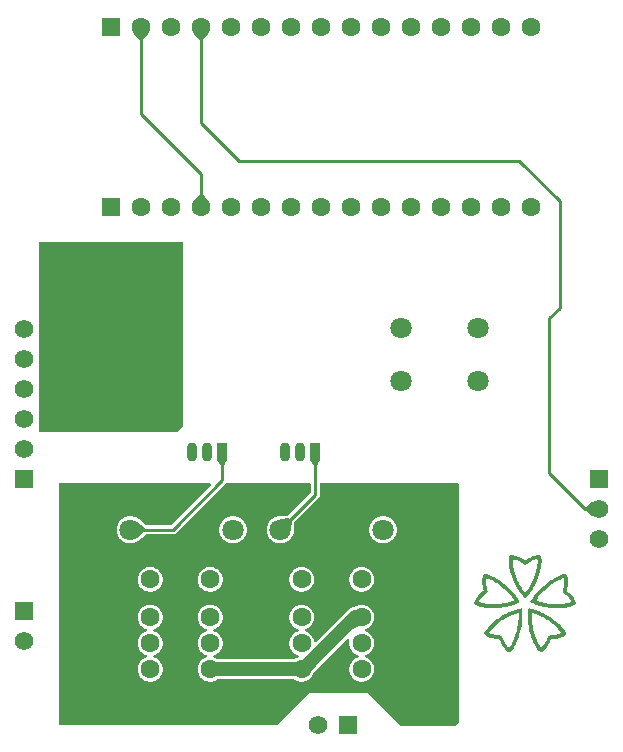
<source format=gbl>
G04 Layer: BottomLayer*
G04 EasyEDA v6.5.22, 2023-11-14 22:50:32*
G04 e9b09aeb9267423f9454c27dff36c41a,e380eaf7f1bc463bad4fc33596f4f57f,10*
G04 Gerber Generator version 0.2*
G04 Scale: 100 percent, Rotated: No, Reflected: No *
G04 Dimensions in millimeters *
G04 leading zeros omitted , absolute positions ,4 integer and 5 decimal *
%FSLAX45Y45*%
%MOMM*%

%ADD10C,0.2540*%
%ADD11C,1.2000*%
%ADD12C,1.8000*%
%ADD13R,1.5748X1.5748*%
%ADD14C,1.5748*%
%ADD15O,0.8999982X1.5999968*%
%ADD16R,0.9000X1.6000*%
%ADD17R,1.6000X1.6000*%
%ADD18C,1.6000*%
%ADD19C,1.0000*%
%ADD20C,0.0135*%

%LPD*%
G36*
X1330960Y4102100D02*
G01*
X1327048Y4102862D01*
X1323797Y4105097D01*
X1321562Y4108348D01*
X1320800Y4112260D01*
X1320800Y5701284D01*
X1320495Y5702858D01*
X1320596Y5707329D01*
X1322578Y5711291D01*
X1326134Y5714034D01*
X1330452Y5715000D01*
X2529840Y5715000D01*
X2533751Y5714238D01*
X2537002Y5712002D01*
X2539238Y5708751D01*
X2540000Y5704840D01*
X2540000Y4157116D01*
X2539238Y4153204D01*
X2537002Y4149902D01*
X2492197Y4105097D01*
X2488895Y4102862D01*
X2484983Y4102100D01*
G37*

%LPD*%
G36*
X4385716Y1612900D02*
G01*
X4381804Y1613662D01*
X4378502Y1615897D01*
X4102811Y1891588D01*
X4101084Y1892300D01*
X3607815Y1892300D01*
X3606088Y1891588D01*
X3343097Y1628597D01*
X3339795Y1626362D01*
X3335883Y1625600D01*
X1496060Y1625600D01*
X1492148Y1626362D01*
X1488897Y1628597D01*
X1486662Y1631848D01*
X1485900Y1635760D01*
X1485900Y3660140D01*
X1486662Y3664051D01*
X1488897Y3667302D01*
X1492148Y3669537D01*
X1496060Y3670300D01*
X2765653Y3670300D01*
X2769565Y3669537D01*
X2772867Y3667302D01*
X2775051Y3664051D01*
X2775813Y3660140D01*
X2775051Y3656228D01*
X2772867Y3652977D01*
X2438095Y3318205D01*
X2434793Y3315970D01*
X2430881Y3315208D01*
X2228342Y3315208D01*
X2224786Y3315868D01*
X2221636Y3317697D01*
X2166366Y3365754D01*
X2154377Y3374440D01*
X2141626Y3381451D01*
X2128113Y3386836D01*
X2113991Y3390442D01*
X2099564Y3392271D01*
X2085035Y3392271D01*
X2070557Y3390442D01*
X2056485Y3386836D01*
X2042972Y3381451D01*
X2030222Y3374440D01*
X2018436Y3365906D01*
X2007819Y3355949D01*
X1998522Y3344722D01*
X1990750Y3332429D01*
X1984552Y3319272D01*
X1980031Y3305403D01*
X1977339Y3291128D01*
X1976424Y3276600D01*
X1977339Y3262071D01*
X1980031Y3247796D01*
X1984552Y3233928D01*
X1990750Y3220770D01*
X1998522Y3208477D01*
X2007819Y3197250D01*
X2018436Y3187293D01*
X2030222Y3178759D01*
X2042972Y3171748D01*
X2056485Y3166364D01*
X2070557Y3162757D01*
X2085035Y3160928D01*
X2099564Y3160928D01*
X2113991Y3162757D01*
X2128113Y3166364D01*
X2141626Y3171748D01*
X2154377Y3178759D01*
X2166366Y3187446D01*
X2221636Y3235502D01*
X2224786Y3237331D01*
X2228342Y3237992D01*
X2450592Y3237992D01*
X2458618Y3238804D01*
X2465832Y3240989D01*
X2472537Y3244545D01*
X2478735Y3249676D01*
X2896412Y3667302D01*
X2899714Y3669537D01*
X2903626Y3670300D01*
X3608832Y3670300D01*
X3612743Y3669537D01*
X3615994Y3667302D01*
X3618229Y3664051D01*
X3618992Y3660140D01*
X3618992Y3592220D01*
X3618229Y3588308D01*
X3615994Y3585006D01*
X3431082Y3400094D01*
X3428085Y3398012D01*
X3424580Y3397097D01*
X3355136Y3392271D01*
X3340608Y3390442D01*
X3326485Y3386836D01*
X3312972Y3381451D01*
X3300222Y3374440D01*
X3288436Y3365906D01*
X3277819Y3355949D01*
X3268522Y3344722D01*
X3260750Y3332429D01*
X3254552Y3319272D01*
X3250031Y3305403D01*
X3247339Y3291128D01*
X3246424Y3276600D01*
X3247339Y3262071D01*
X3250031Y3247796D01*
X3254552Y3233928D01*
X3260750Y3220770D01*
X3268522Y3208477D01*
X3277819Y3197250D01*
X3288436Y3187293D01*
X3300222Y3178759D01*
X3312972Y3171748D01*
X3326485Y3166364D01*
X3340557Y3162757D01*
X3355035Y3160928D01*
X3369564Y3160928D01*
X3383991Y3162757D01*
X3398113Y3166364D01*
X3411626Y3171748D01*
X3424377Y3178759D01*
X3436162Y3187293D01*
X3446779Y3197250D01*
X3456025Y3208477D01*
X3463848Y3220770D01*
X3470046Y3233928D01*
X3474516Y3247796D01*
X3477260Y3262071D01*
X3478022Y3269742D01*
X3482848Y3339134D01*
X3483711Y3342640D01*
X3485794Y3345586D01*
X3684524Y3544366D01*
X3689654Y3550564D01*
X3693210Y3557270D01*
X3695395Y3564483D01*
X3696208Y3572510D01*
X3696208Y3660140D01*
X3696970Y3664051D01*
X3699205Y3667302D01*
X3702456Y3669537D01*
X3706368Y3670300D01*
X4866640Y3670300D01*
X4870551Y3669537D01*
X4873802Y3667302D01*
X4876038Y3664051D01*
X4876800Y3660140D01*
X4876800Y1655216D01*
X4876038Y1651304D01*
X4873802Y1648002D01*
X4841697Y1615897D01*
X4838395Y1613662D01*
X4834483Y1612900D01*
G37*

%LPC*%
G36*
X2768600Y2750566D02*
G01*
X2782417Y2751480D01*
X2795981Y2754172D01*
X2809138Y2758643D01*
X2821533Y2764739D01*
X2833065Y2772460D01*
X2843479Y2781604D01*
X2852572Y2792018D01*
X2860294Y2803499D01*
X2866440Y2815945D01*
X2870860Y2829052D01*
X2873552Y2842615D01*
X2874467Y2856433D01*
X2873552Y2870301D01*
X2870860Y2883865D01*
X2866440Y2896971D01*
X2860294Y2909417D01*
X2852572Y2920898D01*
X2843479Y2931312D01*
X2833065Y2940456D01*
X2821533Y2948178D01*
X2809138Y2954274D01*
X2795981Y2958744D01*
X2782417Y2961436D01*
X2768600Y2962351D01*
X2754782Y2961436D01*
X2741168Y2958744D01*
X2728061Y2954274D01*
X2715666Y2948178D01*
X2704134Y2940456D01*
X2693720Y2931312D01*
X2684576Y2920898D01*
X2676906Y2909417D01*
X2670759Y2896971D01*
X2666339Y2883865D01*
X2663596Y2870301D01*
X2662682Y2856433D01*
X2663596Y2842615D01*
X2666339Y2829052D01*
X2670759Y2815945D01*
X2676906Y2803499D01*
X2684576Y2792018D01*
X2693720Y2781604D01*
X2704134Y2772460D01*
X2715666Y2764739D01*
X2728061Y2758643D01*
X2741168Y2754172D01*
X2754782Y2751480D01*
G37*
G36*
X2260600Y1990648D02*
G01*
X2274417Y1991563D01*
X2287981Y1994255D01*
X2301138Y1998675D01*
X2313533Y2004822D01*
X2325065Y2012543D01*
X2335479Y2021636D01*
X2344572Y2032050D01*
X2352294Y2043582D01*
X2358440Y2055977D01*
X2362860Y2069134D01*
X2365552Y2082698D01*
X2366467Y2096516D01*
X2365552Y2110333D01*
X2362860Y2123948D01*
X2358440Y2137054D01*
X2352294Y2149449D01*
X2344572Y2160981D01*
X2335479Y2171395D01*
X2325065Y2180539D01*
X2313533Y2188210D01*
X2301138Y2194356D01*
X2293620Y2196896D01*
X2290064Y2199030D01*
X2287625Y2202434D01*
X2286762Y2206498D01*
X2287625Y2210612D01*
X2290064Y2214016D01*
X2293620Y2216150D01*
X2301138Y2218639D01*
X2313533Y2224786D01*
X2325065Y2232507D01*
X2335479Y2241600D01*
X2344572Y2252014D01*
X2352294Y2263546D01*
X2358440Y2275941D01*
X2362860Y2289098D01*
X2365552Y2302662D01*
X2366467Y2316480D01*
X2365552Y2330297D01*
X2362860Y2343912D01*
X2358440Y2357018D01*
X2352294Y2369413D01*
X2344572Y2380945D01*
X2335479Y2391359D01*
X2325065Y2400503D01*
X2313533Y2408174D01*
X2301138Y2414320D01*
X2293620Y2416860D01*
X2290064Y2418994D01*
X2287625Y2422398D01*
X2286762Y2426462D01*
X2287625Y2430576D01*
X2290064Y2433980D01*
X2293620Y2436114D01*
X2301138Y2438603D01*
X2313533Y2444750D01*
X2325065Y2452471D01*
X2335479Y2461564D01*
X2344572Y2471978D01*
X2352294Y2483510D01*
X2358440Y2495905D01*
X2362860Y2509062D01*
X2365552Y2522626D01*
X2366467Y2536444D01*
X2365552Y2550261D01*
X2362860Y2563876D01*
X2358440Y2576982D01*
X2352294Y2589377D01*
X2344572Y2600909D01*
X2335479Y2611323D01*
X2325065Y2620467D01*
X2313533Y2628138D01*
X2301138Y2634284D01*
X2287981Y2638704D01*
X2274417Y2641447D01*
X2260600Y2642362D01*
X2246782Y2641447D01*
X2233168Y2638704D01*
X2220061Y2634284D01*
X2207666Y2628138D01*
X2196134Y2620467D01*
X2185720Y2611323D01*
X2176576Y2600909D01*
X2168906Y2589377D01*
X2162759Y2576982D01*
X2158339Y2563876D01*
X2155596Y2550261D01*
X2154682Y2536444D01*
X2155596Y2522626D01*
X2158339Y2509062D01*
X2162759Y2495905D01*
X2168906Y2483510D01*
X2176576Y2471978D01*
X2185720Y2461564D01*
X2196134Y2452471D01*
X2207666Y2444750D01*
X2220061Y2438603D01*
X2227529Y2436114D01*
X2231136Y2433980D01*
X2233574Y2430576D01*
X2234438Y2426462D01*
X2233574Y2422398D01*
X2231136Y2418994D01*
X2227529Y2416860D01*
X2220061Y2414320D01*
X2207666Y2408174D01*
X2196134Y2400503D01*
X2185720Y2391359D01*
X2176576Y2380945D01*
X2168906Y2369413D01*
X2162759Y2357018D01*
X2158339Y2343912D01*
X2155596Y2330297D01*
X2154682Y2316480D01*
X2155596Y2302662D01*
X2158339Y2289098D01*
X2162759Y2275941D01*
X2168906Y2263546D01*
X2176576Y2252014D01*
X2185720Y2241600D01*
X2196134Y2232507D01*
X2207666Y2224786D01*
X2220061Y2218639D01*
X2227529Y2216150D01*
X2231136Y2214016D01*
X2233574Y2210612D01*
X2234438Y2206498D01*
X2233574Y2202434D01*
X2231136Y2199030D01*
X2227529Y2196896D01*
X2220061Y2194356D01*
X2207666Y2188210D01*
X2196134Y2180539D01*
X2185720Y2171395D01*
X2176576Y2160981D01*
X2168906Y2149449D01*
X2162759Y2137054D01*
X2158339Y2123948D01*
X2155596Y2110333D01*
X2154682Y2096516D01*
X2155596Y2082698D01*
X2158339Y2069134D01*
X2162759Y2055977D01*
X2168906Y2043582D01*
X2176576Y2032050D01*
X2185720Y2021636D01*
X2196134Y2012543D01*
X2207666Y2004822D01*
X2220061Y1998675D01*
X2233168Y1994255D01*
X2246782Y1991563D01*
G37*
G36*
X2768600Y1990648D02*
G01*
X2782417Y1991563D01*
X2795981Y1994255D01*
X2809138Y1998675D01*
X2821533Y2004822D01*
X2827629Y2008886D01*
X2830322Y2010156D01*
X2833268Y2010613D01*
X3478631Y2010613D01*
X3481578Y2010156D01*
X3484270Y2008886D01*
X3490366Y2004822D01*
X3502761Y1998675D01*
X3515868Y1994255D01*
X3529482Y1991563D01*
X3543300Y1990648D01*
X3557117Y1991563D01*
X3570681Y1994255D01*
X3583838Y1998675D01*
X3596233Y2004822D01*
X3607765Y2012543D01*
X3618179Y2021636D01*
X3627272Y2032050D01*
X3634994Y2043582D01*
X3641140Y2055977D01*
X3642969Y2060600D01*
X3644392Y2062429D01*
X3931056Y2349093D01*
X3934663Y2351430D01*
X3938930Y2352040D01*
X3943045Y2350871D01*
X3946296Y2348077D01*
X3948176Y2344216D01*
X3948226Y2339898D01*
X3946296Y2330297D01*
X3945382Y2316480D01*
X3946296Y2302662D01*
X3949039Y2289098D01*
X3953459Y2275941D01*
X3959606Y2263546D01*
X3967276Y2252014D01*
X3976420Y2241600D01*
X3986834Y2232507D01*
X3998366Y2224786D01*
X4010761Y2218639D01*
X4018229Y2216150D01*
X4021836Y2214016D01*
X4024274Y2210612D01*
X4025137Y2206498D01*
X4024274Y2202434D01*
X4021836Y2199030D01*
X4018229Y2196896D01*
X4010761Y2194356D01*
X3998366Y2188210D01*
X3986834Y2180539D01*
X3976420Y2171395D01*
X3967276Y2160981D01*
X3959606Y2149449D01*
X3953459Y2137054D01*
X3949039Y2123948D01*
X3946296Y2110333D01*
X3945382Y2096516D01*
X3946296Y2082698D01*
X3949039Y2069134D01*
X3953459Y2055977D01*
X3959606Y2043582D01*
X3967276Y2032050D01*
X3976420Y2021636D01*
X3986834Y2012543D01*
X3998366Y2004822D01*
X4010761Y1998675D01*
X4023868Y1994255D01*
X4037482Y1991563D01*
X4051300Y1990648D01*
X4065117Y1991563D01*
X4078681Y1994255D01*
X4091838Y1998675D01*
X4104233Y2004822D01*
X4115765Y2012543D01*
X4126179Y2021636D01*
X4135272Y2032050D01*
X4142994Y2043582D01*
X4149140Y2055977D01*
X4153560Y2069134D01*
X4156252Y2082698D01*
X4157167Y2096516D01*
X4156252Y2110333D01*
X4153560Y2123948D01*
X4149140Y2137054D01*
X4142994Y2149449D01*
X4135272Y2160981D01*
X4126179Y2171395D01*
X4115765Y2180539D01*
X4104233Y2188210D01*
X4091838Y2194356D01*
X4084320Y2196896D01*
X4080764Y2199030D01*
X4078325Y2202434D01*
X4077462Y2206498D01*
X4078325Y2210612D01*
X4080764Y2214016D01*
X4084320Y2216150D01*
X4091838Y2218639D01*
X4104233Y2224786D01*
X4115765Y2232507D01*
X4126179Y2241600D01*
X4135272Y2252014D01*
X4142994Y2263546D01*
X4149140Y2275941D01*
X4153560Y2289098D01*
X4156252Y2302662D01*
X4157167Y2316480D01*
X4156252Y2330297D01*
X4153560Y2343912D01*
X4149140Y2357018D01*
X4142994Y2369413D01*
X4135272Y2380945D01*
X4126179Y2391359D01*
X4115765Y2400503D01*
X4104233Y2408174D01*
X4091838Y2414320D01*
X4084320Y2416860D01*
X4080764Y2418994D01*
X4078325Y2422398D01*
X4077462Y2426462D01*
X4078325Y2430576D01*
X4080764Y2433980D01*
X4084320Y2436114D01*
X4091838Y2438603D01*
X4104233Y2444750D01*
X4115765Y2452471D01*
X4126179Y2461564D01*
X4135272Y2471978D01*
X4142994Y2483510D01*
X4149140Y2495905D01*
X4153560Y2509062D01*
X4156252Y2522626D01*
X4157167Y2536444D01*
X4156252Y2550261D01*
X4153560Y2563876D01*
X4149140Y2576982D01*
X4142994Y2589377D01*
X4135272Y2600909D01*
X4126179Y2611323D01*
X4115765Y2620467D01*
X4104233Y2628138D01*
X4091838Y2634284D01*
X4078681Y2638704D01*
X4065117Y2641447D01*
X4051300Y2642362D01*
X4037482Y2641447D01*
X4023868Y2638704D01*
X4010761Y2634284D01*
X3998366Y2628138D01*
X3991000Y2623210D01*
X3988663Y2622092D01*
X3978706Y2620365D01*
X3972763Y2618841D01*
X3966921Y2616911D01*
X3961282Y2614574D01*
X3955796Y2611831D01*
X3950512Y2608732D01*
X3945483Y2605227D01*
X3940708Y2601366D01*
X3936085Y2597048D01*
X3665220Y2326182D01*
X3661511Y2323846D01*
X3657244Y2323236D01*
X3653078Y2324506D01*
X3649776Y2327402D01*
X3648049Y2331415D01*
X3645560Y2343912D01*
X3641140Y2357018D01*
X3634994Y2369413D01*
X3627272Y2380945D01*
X3618179Y2391359D01*
X3607765Y2400503D01*
X3596233Y2408174D01*
X3583838Y2414320D01*
X3576320Y2416860D01*
X3572764Y2418994D01*
X3570325Y2422398D01*
X3569462Y2426462D01*
X3570325Y2430576D01*
X3572764Y2433980D01*
X3576320Y2436114D01*
X3583838Y2438603D01*
X3596233Y2444750D01*
X3607765Y2452471D01*
X3618179Y2461564D01*
X3627272Y2471978D01*
X3634994Y2483510D01*
X3641140Y2495905D01*
X3645560Y2509062D01*
X3648252Y2522626D01*
X3649167Y2536444D01*
X3648252Y2550261D01*
X3645560Y2563876D01*
X3641140Y2576982D01*
X3634994Y2589377D01*
X3627272Y2600909D01*
X3618179Y2611323D01*
X3607765Y2620467D01*
X3596233Y2628138D01*
X3583838Y2634284D01*
X3570681Y2638704D01*
X3557117Y2641447D01*
X3543300Y2642362D01*
X3529482Y2641447D01*
X3515868Y2638704D01*
X3502761Y2634284D01*
X3490366Y2628138D01*
X3478834Y2620467D01*
X3468420Y2611323D01*
X3459276Y2600909D01*
X3451606Y2589377D01*
X3445459Y2576982D01*
X3441039Y2563876D01*
X3438296Y2550261D01*
X3437382Y2536444D01*
X3438296Y2522626D01*
X3441039Y2509062D01*
X3445459Y2495905D01*
X3451606Y2483510D01*
X3459276Y2471978D01*
X3468420Y2461564D01*
X3478834Y2452471D01*
X3490366Y2444750D01*
X3502761Y2438603D01*
X3510229Y2436114D01*
X3513836Y2433980D01*
X3516274Y2430576D01*
X3517137Y2426462D01*
X3516274Y2422398D01*
X3513836Y2418994D01*
X3510229Y2416860D01*
X3502761Y2414320D01*
X3490366Y2408174D01*
X3478834Y2400503D01*
X3468420Y2391359D01*
X3459276Y2380945D01*
X3451606Y2369413D01*
X3445459Y2357018D01*
X3441039Y2343912D01*
X3438296Y2330297D01*
X3437382Y2316480D01*
X3438296Y2302662D01*
X3441039Y2289098D01*
X3445459Y2275941D01*
X3451606Y2263546D01*
X3459276Y2252014D01*
X3468420Y2241600D01*
X3478834Y2232507D01*
X3490366Y2224786D01*
X3502761Y2218639D01*
X3510229Y2216150D01*
X3513836Y2214016D01*
X3516274Y2210612D01*
X3517137Y2206498D01*
X3516274Y2202434D01*
X3513836Y2199030D01*
X3510229Y2196896D01*
X3502761Y2194356D01*
X3490366Y2188210D01*
X3484219Y2184146D01*
X3481527Y2182876D01*
X3478580Y2182418D01*
X2833319Y2182418D01*
X2830322Y2182876D01*
X2827629Y2184146D01*
X2821533Y2188210D01*
X2809138Y2194356D01*
X2801620Y2196896D01*
X2798064Y2199030D01*
X2795625Y2202434D01*
X2794762Y2206498D01*
X2795625Y2210612D01*
X2798064Y2214016D01*
X2801620Y2216150D01*
X2809138Y2218639D01*
X2821533Y2224786D01*
X2833065Y2232507D01*
X2843479Y2241600D01*
X2852572Y2252014D01*
X2860294Y2263546D01*
X2866440Y2275941D01*
X2870860Y2289098D01*
X2873552Y2302662D01*
X2874467Y2316480D01*
X2873552Y2330297D01*
X2870860Y2343912D01*
X2866440Y2357018D01*
X2860294Y2369413D01*
X2852572Y2380945D01*
X2843479Y2391359D01*
X2833065Y2400503D01*
X2821533Y2408174D01*
X2809138Y2414320D01*
X2801620Y2416860D01*
X2798064Y2418994D01*
X2795625Y2422398D01*
X2794762Y2426462D01*
X2795625Y2430576D01*
X2798064Y2433980D01*
X2801620Y2436114D01*
X2809138Y2438603D01*
X2821533Y2444750D01*
X2833065Y2452471D01*
X2843479Y2461564D01*
X2852572Y2471978D01*
X2860294Y2483510D01*
X2866440Y2495905D01*
X2870860Y2509062D01*
X2873552Y2522626D01*
X2874467Y2536444D01*
X2873552Y2550261D01*
X2870860Y2563876D01*
X2866440Y2576982D01*
X2860294Y2589377D01*
X2852572Y2600909D01*
X2843479Y2611323D01*
X2833065Y2620467D01*
X2821533Y2628138D01*
X2809138Y2634284D01*
X2795981Y2638704D01*
X2782417Y2641447D01*
X2768600Y2642362D01*
X2754782Y2641447D01*
X2741168Y2638704D01*
X2728061Y2634284D01*
X2715666Y2628138D01*
X2704134Y2620467D01*
X2693720Y2611323D01*
X2684576Y2600909D01*
X2676906Y2589377D01*
X2670759Y2576982D01*
X2666339Y2563876D01*
X2663596Y2550261D01*
X2662682Y2536444D01*
X2663596Y2522626D01*
X2666339Y2509062D01*
X2670759Y2495905D01*
X2676906Y2483510D01*
X2684576Y2471978D01*
X2693720Y2461564D01*
X2704134Y2452471D01*
X2715666Y2444750D01*
X2728061Y2438603D01*
X2735529Y2436114D01*
X2739136Y2433980D01*
X2741574Y2430576D01*
X2742438Y2426462D01*
X2741574Y2422398D01*
X2739136Y2418994D01*
X2735529Y2416860D01*
X2728061Y2414320D01*
X2715666Y2408174D01*
X2704134Y2400503D01*
X2693720Y2391359D01*
X2684576Y2380945D01*
X2676906Y2369413D01*
X2670759Y2357018D01*
X2666339Y2343912D01*
X2663596Y2330297D01*
X2662682Y2316480D01*
X2663596Y2302662D01*
X2666339Y2289098D01*
X2670759Y2275941D01*
X2676906Y2263546D01*
X2684576Y2252014D01*
X2693720Y2241600D01*
X2704134Y2232507D01*
X2715666Y2224786D01*
X2728061Y2218639D01*
X2735529Y2216150D01*
X2739136Y2214016D01*
X2741574Y2210612D01*
X2742438Y2206498D01*
X2741574Y2202434D01*
X2739136Y2199030D01*
X2735529Y2196896D01*
X2728061Y2194356D01*
X2715666Y2188210D01*
X2704134Y2180539D01*
X2693720Y2171395D01*
X2684576Y2160981D01*
X2676906Y2149449D01*
X2670759Y2137054D01*
X2666339Y2123948D01*
X2663596Y2110333D01*
X2662682Y2096516D01*
X2663596Y2082698D01*
X2666339Y2069134D01*
X2670759Y2055977D01*
X2676906Y2043582D01*
X2684576Y2032050D01*
X2693720Y2021636D01*
X2704134Y2012543D01*
X2715666Y2004822D01*
X2728061Y1998675D01*
X2741168Y1994255D01*
X2754782Y1991563D01*
G37*
G36*
X2955036Y3160928D02*
G01*
X2969564Y3160928D01*
X2984042Y3162757D01*
X2998114Y3166364D01*
X3011627Y3171748D01*
X3024378Y3178759D01*
X3036163Y3187293D01*
X3046780Y3197250D01*
X3056077Y3208477D01*
X3063849Y3220770D01*
X3070047Y3233928D01*
X3074568Y3247796D01*
X3077260Y3262071D01*
X3078175Y3276600D01*
X3077260Y3291128D01*
X3074568Y3305403D01*
X3070047Y3319272D01*
X3063849Y3332429D01*
X3056077Y3344722D01*
X3046780Y3355949D01*
X3036163Y3365906D01*
X3024378Y3374440D01*
X3011627Y3381451D01*
X2998114Y3386836D01*
X2984042Y3390442D01*
X2969564Y3392271D01*
X2955036Y3392271D01*
X2940608Y3390442D01*
X2926486Y3386836D01*
X2912973Y3381451D01*
X2900222Y3374440D01*
X2888437Y3365906D01*
X2877820Y3355949D01*
X2868574Y3344722D01*
X2860751Y3332429D01*
X2854553Y3319272D01*
X2850083Y3305403D01*
X2847340Y3291128D01*
X2846425Y3276600D01*
X2847340Y3262071D01*
X2850083Y3247796D01*
X2854553Y3233928D01*
X2860751Y3220770D01*
X2868574Y3208477D01*
X2877820Y3197250D01*
X2888437Y3187293D01*
X2900222Y3178759D01*
X2912973Y3171748D01*
X2926486Y3166364D01*
X2940608Y3162757D01*
G37*
G36*
X4225036Y3160928D02*
G01*
X4239564Y3160928D01*
X4254042Y3162757D01*
X4268114Y3166364D01*
X4281627Y3171748D01*
X4294378Y3178759D01*
X4306163Y3187293D01*
X4316780Y3197250D01*
X4326077Y3208477D01*
X4333849Y3220770D01*
X4340047Y3233928D01*
X4344568Y3247796D01*
X4347260Y3262071D01*
X4348175Y3276600D01*
X4347260Y3291128D01*
X4344568Y3305403D01*
X4340047Y3319272D01*
X4333849Y3332429D01*
X4326077Y3344722D01*
X4316780Y3355949D01*
X4306163Y3365906D01*
X4294378Y3374440D01*
X4281627Y3381451D01*
X4268114Y3386836D01*
X4254042Y3390442D01*
X4239564Y3392271D01*
X4225036Y3392271D01*
X4210608Y3390442D01*
X4196486Y3386836D01*
X4182973Y3381451D01*
X4170222Y3374440D01*
X4158437Y3365906D01*
X4147820Y3355949D01*
X4138574Y3344722D01*
X4130751Y3332429D01*
X4124553Y3319272D01*
X4120083Y3305403D01*
X4117340Y3291128D01*
X4116425Y3276600D01*
X4117340Y3262071D01*
X4120083Y3247796D01*
X4124553Y3233928D01*
X4130751Y3220770D01*
X4138574Y3208477D01*
X4147820Y3197250D01*
X4158437Y3187293D01*
X4170222Y3178759D01*
X4182973Y3171748D01*
X4196486Y3166364D01*
X4210608Y3162757D01*
G37*
G36*
X2260600Y2750616D02*
G01*
X2274417Y2751531D01*
X2287981Y2754223D01*
X2301138Y2758643D01*
X2313533Y2764790D01*
X2325065Y2772511D01*
X2335479Y2781604D01*
X2344572Y2792018D01*
X2352294Y2803550D01*
X2358440Y2815945D01*
X2362860Y2829102D01*
X2365552Y2842666D01*
X2366467Y2856484D01*
X2365552Y2870301D01*
X2362860Y2883916D01*
X2358440Y2897022D01*
X2352294Y2909417D01*
X2344572Y2920949D01*
X2335479Y2931363D01*
X2325065Y2940507D01*
X2313533Y2948178D01*
X2301138Y2954324D01*
X2287981Y2958744D01*
X2274417Y2961487D01*
X2260600Y2962402D01*
X2246782Y2961487D01*
X2233168Y2958744D01*
X2220061Y2954324D01*
X2207666Y2948178D01*
X2196134Y2940507D01*
X2185720Y2931363D01*
X2176576Y2920949D01*
X2168906Y2909417D01*
X2162759Y2897022D01*
X2158339Y2883916D01*
X2155596Y2870301D01*
X2154682Y2856484D01*
X2155596Y2842666D01*
X2158339Y2829102D01*
X2162759Y2815945D01*
X2168906Y2803550D01*
X2176576Y2792018D01*
X2185720Y2781604D01*
X2196134Y2772511D01*
X2207666Y2764790D01*
X2220061Y2758643D01*
X2233168Y2754223D01*
X2246782Y2751531D01*
G37*
G36*
X3543300Y2750616D02*
G01*
X3557117Y2751531D01*
X3570681Y2754223D01*
X3583838Y2758643D01*
X3596233Y2764790D01*
X3607765Y2772511D01*
X3618179Y2781604D01*
X3627272Y2792018D01*
X3634994Y2803550D01*
X3641140Y2815945D01*
X3645560Y2829102D01*
X3648252Y2842666D01*
X3649167Y2856484D01*
X3648252Y2870301D01*
X3645560Y2883916D01*
X3641140Y2897022D01*
X3634994Y2909417D01*
X3627272Y2920949D01*
X3618179Y2931363D01*
X3607765Y2940507D01*
X3596233Y2948178D01*
X3583838Y2954324D01*
X3570681Y2958744D01*
X3557117Y2961487D01*
X3543300Y2962402D01*
X3529482Y2961487D01*
X3515868Y2958744D01*
X3502761Y2954324D01*
X3490366Y2948178D01*
X3478834Y2940507D01*
X3468420Y2931363D01*
X3459276Y2920949D01*
X3451606Y2909417D01*
X3445459Y2897022D01*
X3441039Y2883916D01*
X3438296Y2870301D01*
X3437382Y2856484D01*
X3438296Y2842666D01*
X3441039Y2829102D01*
X3445459Y2815945D01*
X3451606Y2803550D01*
X3459276Y2792018D01*
X3468420Y2781604D01*
X3478834Y2772511D01*
X3490366Y2764790D01*
X3502761Y2758643D01*
X3515868Y2754223D01*
X3529482Y2751531D01*
G37*
G36*
X4051300Y2750566D02*
G01*
X4065117Y2751480D01*
X4078681Y2754172D01*
X4091838Y2758643D01*
X4104233Y2764739D01*
X4115765Y2772460D01*
X4126179Y2781604D01*
X4135272Y2792018D01*
X4142994Y2803499D01*
X4149140Y2815945D01*
X4153560Y2829052D01*
X4156252Y2842615D01*
X4157167Y2856433D01*
X4156252Y2870301D01*
X4153560Y2883865D01*
X4149140Y2896971D01*
X4142994Y2909417D01*
X4135272Y2920898D01*
X4126179Y2931312D01*
X4115765Y2940456D01*
X4104233Y2948178D01*
X4091838Y2954274D01*
X4078681Y2958744D01*
X4065117Y2961436D01*
X4051300Y2962351D01*
X4037482Y2961436D01*
X4023868Y2958744D01*
X4010761Y2954274D01*
X3998366Y2948178D01*
X3986834Y2940456D01*
X3976420Y2931312D01*
X3967276Y2920898D01*
X3959606Y2909417D01*
X3953459Y2896971D01*
X3949039Y2883865D01*
X3946296Y2870301D01*
X3945382Y2856433D01*
X3946296Y2842615D01*
X3949039Y2829052D01*
X3953459Y2815945D01*
X3959606Y2803499D01*
X3967276Y2792018D01*
X3976420Y2781604D01*
X3986834Y2772460D01*
X3998366Y2764739D01*
X4010761Y2758643D01*
X4023868Y2754172D01*
X4037482Y2751480D01*
G37*

%LPD*%
G36*
X5320792Y3061716D02*
G01*
X5316982Y3061563D01*
X5312867Y3060903D01*
X5308752Y3059328D01*
X5304840Y3056534D01*
X5301386Y3052064D01*
X5298643Y3045663D01*
X5296814Y3036874D01*
X5296154Y3025394D01*
X5296283Y3016504D01*
X5329936Y3016504D01*
X5330139Y3021076D01*
X5331104Y3024428D01*
X5333136Y3026460D01*
X5336794Y3027172D01*
X5339537Y3026968D01*
X5342991Y3026359D01*
X5351983Y3023870D01*
X5357368Y3022092D01*
X5369509Y3017316D01*
X5383174Y3011068D01*
X5397855Y3003499D01*
X5413044Y2994609D01*
X5428183Y2984449D01*
X5435600Y2978912D01*
X5443016Y2984449D01*
X5450586Y2989681D01*
X5458206Y2994609D01*
X5473344Y3003499D01*
X5488076Y3011068D01*
X5501843Y3017316D01*
X5514086Y3022092D01*
X5524449Y3025292D01*
X5528716Y3026359D01*
X5532323Y3026968D01*
X5535168Y3027172D01*
X5538368Y3026460D01*
X5540197Y3024428D01*
X5541060Y3021076D01*
X5541264Y3016504D01*
X5541060Y3006344D01*
X5540451Y2995777D01*
X5539384Y2984957D01*
X5537962Y2973882D01*
X5536133Y2962503D01*
X5533898Y2950972D01*
X5531307Y2939237D01*
X5528360Y2927400D01*
X5525008Y2915412D01*
X5521350Y2903372D01*
X5517286Y2891282D01*
X5512917Y2879140D01*
X5508193Y2867050D01*
X5503164Y2855061D01*
X5497779Y2843123D01*
X5492140Y2831287D01*
X5486146Y2819654D01*
X5479846Y2808173D01*
X5473293Y2796946D01*
X5466435Y2785973D01*
X5459323Y2775254D01*
X5451906Y2764891D01*
X5444286Y2754884D01*
X5436362Y2745232D01*
X5434838Y2745232D01*
X5427167Y2754884D01*
X5419699Y2764891D01*
X5412486Y2775254D01*
X5405475Y2785973D01*
X5398719Y2796946D01*
X5392216Y2808173D01*
X5385968Y2819654D01*
X5379974Y2831287D01*
X5374284Y2843123D01*
X5368899Y2855061D01*
X5363819Y2867050D01*
X5359044Y2879140D01*
X5354624Y2891282D01*
X5350510Y2903372D01*
X5346700Y2915412D01*
X5343296Y2927400D01*
X5340248Y2939237D01*
X5337556Y2950972D01*
X5335270Y2962503D01*
X5333390Y2973882D01*
X5331866Y2984957D01*
X5330799Y2995777D01*
X5330139Y3006344D01*
X5329936Y3016504D01*
X5296283Y3016504D01*
X5297170Y2999841D01*
X5299456Y2978353D01*
X5303062Y2956052D01*
X5305298Y2944672D01*
X5307888Y2933192D01*
X5310784Y2921609D01*
X5313984Y2909925D01*
X5317490Y2898190D01*
X5321300Y2886405D01*
X5325414Y2874619D01*
X5329834Y2862834D01*
X5334558Y2851048D01*
X5339537Y2839364D01*
X5350459Y2816148D01*
X5356301Y2804718D01*
X5362498Y2793441D01*
X5368950Y2782316D01*
X5375656Y2771343D01*
X5382666Y2760624D01*
X5389930Y2750108D01*
X5397500Y2739796D01*
X5405323Y2729788D01*
X5413451Y2720086D01*
X5421782Y2710688D01*
X5434838Y2697226D01*
X5436362Y2697226D01*
X5445099Y2706116D01*
X5453634Y2715361D01*
X5461863Y2724912D01*
X5469788Y2734767D01*
X5477510Y2744927D01*
X5484926Y2755341D01*
X5492089Y2765958D01*
X5498947Y2776829D01*
X5505500Y2787853D01*
X5511850Y2799080D01*
X5517845Y2810408D01*
X5523585Y2821940D01*
X5529021Y2833522D01*
X5534202Y2845206D01*
X5539028Y2856941D01*
X5543600Y2868726D01*
X5547868Y2880512D01*
X5551830Y2892298D01*
X5555488Y2904032D01*
X5558840Y2915767D01*
X5561888Y2927400D01*
X5564632Y2938932D01*
X5567070Y2950362D01*
X5569153Y2961690D01*
X5570931Y2972816D01*
X5572404Y2983788D01*
X5573572Y2994558D01*
X5574385Y3005074D01*
X5574893Y3015386D01*
X5575046Y3025394D01*
X5574792Y3033369D01*
X5573979Y3040075D01*
X5572709Y3045663D01*
X5571032Y3050184D01*
X5568899Y3053740D01*
X5566460Y3056534D01*
X5563616Y3058566D01*
X5560517Y3059988D01*
X5557164Y3060903D01*
X5553557Y3061411D01*
X5545836Y3061716D01*
X5542229Y3061563D01*
X5533593Y3060344D01*
X5523280Y3058058D01*
X5511749Y3054807D01*
X5499455Y3050692D01*
X5486704Y3045917D01*
X5474004Y3040532D01*
X5461711Y3034690D01*
X5450281Y3028594D01*
X5440070Y3022244D01*
X5435600Y3019044D01*
X5431078Y3022244D01*
X5426100Y3025444D01*
X5414975Y3031693D01*
X5402681Y3037687D01*
X5389626Y3043275D01*
X5376265Y3048355D01*
X5363108Y3052826D01*
X5350510Y3056534D01*
X5338978Y3059328D01*
X5328920Y3061106D01*
X5324602Y3061563D01*
G37*
G36*
X5100878Y2902102D02*
G01*
X5096103Y2901848D01*
X5092039Y2900883D01*
X5088686Y2899359D01*
X5085943Y2897225D01*
X5083657Y2894685D01*
X5081727Y2891688D01*
X5080152Y2888437D01*
X5077460Y2881122D01*
X5075529Y2873806D01*
X5074158Y2864307D01*
X5073345Y2853080D01*
X5073142Y2840583D01*
X5073446Y2827223D01*
X5074361Y2813558D01*
X5075783Y2799943D01*
X5077815Y2786837D01*
X5080406Y2774696D01*
X5083556Y2764028D01*
X5074767Y2757119D01*
X5065725Y2748940D01*
X5056530Y2739745D01*
X5047488Y2729738D01*
X5038750Y2719222D01*
X5030571Y2708452D01*
X5023205Y2697683D01*
X5016804Y2687116D01*
X5011623Y2677058D01*
X5008410Y2669235D01*
X5045710Y2669235D01*
X5046218Y2673096D01*
X5047183Y2675585D01*
X5048758Y2678684D01*
X5053634Y2686405D01*
X5060645Y2695752D01*
X5069535Y2706319D01*
X5074666Y2711907D01*
X5086146Y2723388D01*
X5099100Y2734919D01*
X5106111Y2740558D01*
X5113375Y2746044D01*
X5120894Y2751328D01*
X5117896Y2760218D01*
X5115255Y2769108D01*
X5112969Y2777896D01*
X5110988Y2786634D01*
X5109362Y2795168D01*
X5106974Y2811475D01*
X5105654Y2826359D01*
X5105298Y2839415D01*
X5105755Y2850134D01*
X5106873Y2858058D01*
X5107686Y2860802D01*
X5109260Y2863697D01*
X5111699Y2864764D01*
X5114950Y2864561D01*
X5119116Y2863596D01*
X5128768Y2860243D01*
X5138623Y2856382D01*
X5148630Y2852013D01*
X5158740Y2847238D01*
X5168950Y2842006D01*
X5179263Y2836316D01*
X5189575Y2830271D01*
X5199938Y2823768D01*
X5210251Y2816961D01*
X5220563Y2809748D01*
X5230774Y2802178D01*
X5240883Y2794304D01*
X5250840Y2786126D01*
X5260695Y2777642D01*
X5270347Y2768904D01*
X5279796Y2759913D01*
X5288991Y2750616D01*
X5297881Y2741168D01*
X5306517Y2731465D01*
X5314797Y2721559D01*
X5322773Y2711500D01*
X5330291Y2701290D01*
X5337454Y2690926D01*
X5344160Y2680462D01*
X5343144Y2678430D01*
X5331561Y2674162D01*
X5319674Y2670149D01*
X5307584Y2666492D01*
X5295239Y2663190D01*
X5282742Y2660142D01*
X5270042Y2657449D01*
X5257241Y2655011D01*
X5244388Y2652928D01*
X5231485Y2651201D01*
X5218531Y2649728D01*
X5205577Y2648559D01*
X5192725Y2647746D01*
X5179923Y2647238D01*
X5160924Y2647086D01*
X5148478Y2647340D01*
X5136235Y2647950D01*
X5124246Y2648864D01*
X5112512Y2650083D01*
X5101031Y2651607D01*
X5089906Y2653487D01*
X5079187Y2655620D01*
X5068824Y2658110D01*
X5054092Y2662428D01*
X5049621Y2664409D01*
X5046827Y2666542D01*
X5045710Y2669235D01*
X5008410Y2669235D01*
X5006644Y2663901D01*
X5005933Y2659634D01*
X5006136Y2655112D01*
X5007610Y2650388D01*
X5010810Y2645664D01*
X5016144Y2640990D01*
X5024018Y2636570D01*
X5034788Y2632456D01*
X5044389Y2629560D01*
X5054346Y2626868D01*
X5075224Y2622194D01*
X5097272Y2618536D01*
X5108651Y2617063D01*
X5120284Y2615844D01*
X5144109Y2614218D01*
X5156250Y2613812D01*
X5180990Y2613863D01*
X5193487Y2614269D01*
X5206085Y2614980D01*
X5218734Y2615996D01*
X5231384Y2617317D01*
X5244084Y2618943D01*
X5256733Y2620822D01*
X5269382Y2623058D01*
X5281980Y2625598D01*
X5294477Y2628493D01*
X5306923Y2631643D01*
X5319217Y2635199D01*
X5331358Y2639009D01*
X5343398Y2643225D01*
X5355183Y2647746D01*
X5366816Y2652623D01*
X5378196Y2657856D01*
X5389372Y2663444D01*
X5390388Y2665222D01*
X5384647Y2676245D01*
X5378500Y2687167D01*
X5371998Y2697886D01*
X5365089Y2708503D01*
X5357825Y2718917D01*
X5350256Y2729179D01*
X5342331Y2739237D01*
X5334152Y2749092D01*
X5316982Y2768244D01*
X5298846Y2786430D01*
X5289499Y2795219D01*
X5279999Y2803702D01*
X5270296Y2811983D01*
X5260492Y2819958D01*
X5250586Y2827629D01*
X5240578Y2835046D01*
X5230520Y2842158D01*
X5220411Y2848965D01*
X5210251Y2855468D01*
X5200091Y2861665D01*
X5179822Y2872943D01*
X5169763Y2878124D01*
X5149850Y2887268D01*
X5140045Y2891282D01*
X5130393Y2894888D01*
X5120894Y2898140D01*
X5113223Y2900324D01*
X5106568Y2901645D01*
G37*
G36*
X5770321Y2902102D02*
G01*
X5764631Y2901645D01*
X5757976Y2900324D01*
X5750306Y2898140D01*
X5740806Y2894888D01*
X5731154Y2891282D01*
X5721350Y2887268D01*
X5701436Y2878124D01*
X5681268Y2867456D01*
X5671108Y2861665D01*
X5660948Y2855468D01*
X5650788Y2848965D01*
X5640679Y2842158D01*
X5630621Y2835046D01*
X5620613Y2827629D01*
X5610707Y2819958D01*
X5600903Y2811983D01*
X5591200Y2803702D01*
X5581700Y2795219D01*
X5572353Y2786430D01*
X5554218Y2768244D01*
X5537047Y2749092D01*
X5528868Y2739237D01*
X5520944Y2729179D01*
X5513374Y2718917D01*
X5506110Y2708503D01*
X5499201Y2697886D01*
X5488855Y2680462D01*
X5527040Y2680462D01*
X5533745Y2690926D01*
X5540857Y2701340D01*
X5548426Y2711551D01*
X5556300Y2721660D01*
X5564581Y2731566D01*
X5573166Y2741269D01*
X5582005Y2750769D01*
X5591149Y2760065D01*
X5600547Y2769158D01*
X5610148Y2777947D01*
X5619902Y2786481D01*
X5634837Y2798724D01*
X5644997Y2806446D01*
X5655208Y2813862D01*
X5665470Y2820974D01*
X5675731Y2827680D01*
X5686044Y2833979D01*
X5696356Y2839872D01*
X5706567Y2845358D01*
X5716727Y2850438D01*
X5726785Y2855010D01*
X5736742Y2859125D01*
X5751322Y2864358D01*
X5755436Y2865424D01*
X5758637Y2865628D01*
X5761075Y2864510D01*
X5762752Y2861564D01*
X5763564Y2858820D01*
X5764784Y2850896D01*
X5765342Y2840126D01*
X5765088Y2826918D01*
X5763920Y2811830D01*
X5761634Y2795371D01*
X5760059Y2786786D01*
X5758180Y2777998D01*
X5755894Y2769108D01*
X5753303Y2760218D01*
X5750306Y2751328D01*
X5757824Y2746044D01*
X5765088Y2740558D01*
X5772099Y2734919D01*
X5785053Y2723388D01*
X5796534Y2711907D01*
X5806338Y2700883D01*
X5814314Y2690876D01*
X5817565Y2686405D01*
X5822442Y2678684D01*
X5824016Y2675585D01*
X5824982Y2673096D01*
X5825490Y2669235D01*
X5824372Y2666542D01*
X5821578Y2664409D01*
X5817108Y2662428D01*
X5807405Y2659481D01*
X5797245Y2656840D01*
X5786729Y2654503D01*
X5775756Y2652522D01*
X5764479Y2650794D01*
X5752846Y2649423D01*
X5740958Y2648356D01*
X5728868Y2647594D01*
X5716473Y2647188D01*
X5703976Y2647035D01*
X5684875Y2647442D01*
X5659170Y2649118D01*
X5646216Y2650388D01*
X5633262Y2652014D01*
X5620359Y2653944D01*
X5607558Y2656179D01*
X5594807Y2658719D01*
X5582208Y2661615D01*
X5569762Y2664815D01*
X5557520Y2668320D01*
X5545531Y2672130D01*
X5528056Y2678430D01*
X5527040Y2680462D01*
X5488855Y2680462D01*
X5480812Y2665222D01*
X5481828Y2663444D01*
X5493004Y2657856D01*
X5504383Y2652623D01*
X5516016Y2647746D01*
X5527802Y2643225D01*
X5539841Y2639009D01*
X5551982Y2635199D01*
X5564276Y2631643D01*
X5576722Y2628493D01*
X5589219Y2625598D01*
X5601817Y2623058D01*
X5614466Y2620822D01*
X5627116Y2618943D01*
X5639816Y2617317D01*
X5652465Y2615996D01*
X5665114Y2614980D01*
X5677712Y2614269D01*
X5702655Y2613710D01*
X5714949Y2613812D01*
X5727090Y2614218D01*
X5750915Y2615844D01*
X5762548Y2617063D01*
X5773928Y2618536D01*
X5795975Y2622194D01*
X5816854Y2626868D01*
X5826810Y2629560D01*
X5836412Y2632456D01*
X5847181Y2636570D01*
X5855055Y2640990D01*
X5860389Y2645664D01*
X5863590Y2650388D01*
X5865063Y2655112D01*
X5865266Y2659634D01*
X5864555Y2663901D01*
X5862015Y2671826D01*
X5858052Y2680868D01*
X5852515Y2690825D01*
X5845657Y2701442D01*
X5837732Y2712415D01*
X5829096Y2723337D01*
X5819902Y2733954D01*
X5810453Y2743962D01*
X5801106Y2752953D01*
X5792012Y2760726D01*
X5787644Y2764028D01*
X5790793Y2774696D01*
X5793384Y2786837D01*
X5795416Y2799943D01*
X5796838Y2813558D01*
X5797753Y2827223D01*
X5798058Y2840583D01*
X5797854Y2853080D01*
X5797042Y2864307D01*
X5795670Y2873806D01*
X5793740Y2881122D01*
X5791047Y2888437D01*
X5789472Y2891688D01*
X5787542Y2894685D01*
X5785256Y2897225D01*
X5782513Y2899359D01*
X5779160Y2900883D01*
X5775096Y2901848D01*
G37*
G36*
X5406390Y2611120D02*
G01*
X5394096Y2609088D01*
X5381853Y2606649D01*
X5369610Y2603754D01*
X5357368Y2600452D01*
X5345176Y2596794D01*
X5333085Y2592730D01*
X5321046Y2588310D01*
X5309108Y2583586D01*
X5297271Y2578506D01*
X5285587Y2573121D01*
X5274005Y2567482D01*
X5262626Y2561539D01*
X5245811Y2552192D01*
X5224119Y2538882D01*
X5213604Y2531922D01*
X5203342Y2524810D01*
X5193334Y2517495D01*
X5174081Y2502458D01*
X5156047Y2486964D01*
X5147564Y2479090D01*
X5131562Y2463139D01*
X5124145Y2455113D01*
X5117084Y2447036D01*
X5110480Y2439009D01*
X5104282Y2430983D01*
X5096814Y2420264D01*
X5093512Y2414270D01*
X5091277Y2408986D01*
X5090972Y2407767D01*
X5129479Y2407767D01*
X5130952Y2410866D01*
X5133340Y2414524D01*
X5139486Y2422652D01*
X5146192Y2430780D01*
X5153406Y2438908D01*
X5161076Y2447036D01*
X5169255Y2455164D01*
X5177840Y2463190D01*
X5186883Y2471115D01*
X5196281Y2478938D01*
X5206034Y2486660D01*
X5216144Y2494229D01*
X5226558Y2501595D01*
X5237276Y2508808D01*
X5248198Y2515768D01*
X5259425Y2522524D01*
X5270804Y2528976D01*
X5282387Y2535174D01*
X5294172Y2541066D01*
X5306060Y2546654D01*
X5318048Y2551887D01*
X5330088Y2556713D01*
X5342229Y2561183D01*
X5354370Y2565247D01*
X5366562Y2568854D01*
X5378704Y2572004D01*
X5379720Y2570988D01*
X5380278Y2558592D01*
X5380431Y2545994D01*
X5380228Y2533243D01*
X5379618Y2520391D01*
X5378653Y2507488D01*
X5377383Y2494534D01*
X5375706Y2481529D01*
X5373725Y2468575D01*
X5370220Y2449220D01*
X5364429Y2423820D01*
X5361127Y2411374D01*
X5357520Y2399080D01*
X5353710Y2387041D01*
X5349646Y2375255D01*
X5345328Y2363724D01*
X5340807Y2352548D01*
X5336082Y2341727D01*
X5331155Y2331313D01*
X5326024Y2321306D01*
X5320741Y2311755D01*
X5315305Y2302662D01*
X5306822Y2290064D01*
X5303215Y2286609D01*
X5300065Y2284476D01*
X5296966Y2284069D01*
X5293360Y2285746D01*
X5291328Y2287422D01*
X5286095Y2293112D01*
X5282946Y2296972D01*
X5276037Y2306675D01*
X5268518Y2318562D01*
X5260848Y2332380D01*
X5253431Y2347671D01*
X5249926Y2355799D01*
X5246674Y2364181D01*
X5243677Y2372766D01*
X5241036Y2381504D01*
X5231688Y2381554D01*
X5222392Y2381859D01*
X5213248Y2382520D01*
X5195620Y2384552D01*
X5179263Y2387346D01*
X5164480Y2390698D01*
X5151831Y2394356D01*
X5141722Y2398014D01*
X5137810Y2399792D01*
X5134610Y2401519D01*
X5129733Y2405176D01*
X5129479Y2407767D01*
X5090972Y2407767D01*
X5090109Y2404313D01*
X5089753Y2400147D01*
X5090210Y2396439D01*
X5091379Y2393137D01*
X5093106Y2390140D01*
X5095341Y2387396D01*
X5100828Y2382367D01*
X5103876Y2379980D01*
X5110530Y2376017D01*
X5119319Y2371852D01*
X5129885Y2367635D01*
X5141772Y2363571D01*
X5154625Y2359710D01*
X5167934Y2356307D01*
X5181346Y2353411D01*
X5194452Y2351278D01*
X5206746Y2350008D01*
X5217922Y2349754D01*
X5221935Y2339238D01*
X5227320Y2327808D01*
X5233873Y2315768D01*
X5241188Y2303627D01*
X5249062Y2291638D01*
X5257088Y2280208D01*
X5265064Y2269794D01*
X5272633Y2260701D01*
X5279542Y2253386D01*
X5285486Y2248154D01*
X5289042Y2245868D01*
X5293004Y2243937D01*
X5297474Y2242718D01*
X5302453Y2242718D01*
X5307939Y2244191D01*
X5314086Y2247747D01*
X5320792Y2253640D01*
X5328158Y2262378D01*
X5333847Y2270607D01*
X5339486Y2279243D01*
X5344972Y2288235D01*
X5350306Y2297633D01*
X5355539Y2307386D01*
X5360568Y2317496D01*
X5370169Y2338578D01*
X5374690Y2349601D01*
X5383174Y2372309D01*
X5387086Y2383993D01*
X5394198Y2407970D01*
X5400294Y2432608D01*
X5404205Y2451455D01*
X5406390Y2464104D01*
X5408320Y2476804D01*
X5409946Y2489606D01*
X5411266Y2502408D01*
X5412232Y2515260D01*
X5412892Y2528112D01*
X5413146Y2540914D01*
X5413044Y2553665D01*
X5412587Y2566416D01*
X5411774Y2579014D01*
X5410555Y2591562D01*
X5407914Y2610104D01*
G37*
G36*
X5464810Y2611120D02*
G01*
X5463286Y2610104D01*
X5461355Y2597759D01*
X5459831Y2585313D01*
X5458714Y2572715D01*
X5458053Y2560066D01*
X5457748Y2545994D01*
X5490768Y2545994D01*
X5490921Y2558592D01*
X5491480Y2570988D01*
X5492496Y2572004D01*
X5504637Y2568854D01*
X5516829Y2565247D01*
X5528970Y2561183D01*
X5541111Y2556713D01*
X5553151Y2551887D01*
X5565140Y2546654D01*
X5577027Y2541066D01*
X5588812Y2535174D01*
X5600395Y2528976D01*
X5611774Y2522524D01*
X5623001Y2515768D01*
X5633923Y2508808D01*
X5644642Y2501595D01*
X5655056Y2494229D01*
X5665165Y2486660D01*
X5674918Y2478938D01*
X5684316Y2471115D01*
X5693359Y2463190D01*
X5701944Y2455164D01*
X5710123Y2447036D01*
X5717794Y2438908D01*
X5725007Y2430780D01*
X5731713Y2422652D01*
X5737860Y2414524D01*
X5740247Y2410866D01*
X5741720Y2407767D01*
X5741466Y2405176D01*
X5736590Y2401519D01*
X5733389Y2399792D01*
X5724702Y2396185D01*
X5713272Y2392476D01*
X5699455Y2388971D01*
X5683808Y2385872D01*
X5666740Y2383434D01*
X5657850Y2382520D01*
X5648706Y2381859D01*
X5639460Y2381554D01*
X5630164Y2381504D01*
X5627522Y2372766D01*
X5624525Y2364181D01*
X5621274Y2355799D01*
X5617768Y2347671D01*
X5610352Y2332380D01*
X5602681Y2318562D01*
X5595162Y2306675D01*
X5588254Y2296972D01*
X5582310Y2289911D01*
X5579872Y2287422D01*
X5577840Y2285746D01*
X5574233Y2284069D01*
X5571134Y2284476D01*
X5567984Y2286609D01*
X5564378Y2290064D01*
X5558688Y2298344D01*
X5553151Y2307132D01*
X5547817Y2316480D01*
X5542584Y2326233D01*
X5537555Y2336495D01*
X5532729Y2347112D01*
X5528106Y2358085D01*
X5523687Y2369464D01*
X5519521Y2381097D01*
X5515559Y2393035D01*
X5511850Y2405176D01*
X5508396Y2417572D01*
X5505246Y2430119D01*
X5502351Y2442819D01*
X5498541Y2462123D01*
X5496407Y2475077D01*
X5494629Y2488031D01*
X5493156Y2500985D01*
X5491988Y2513939D01*
X5491226Y2526842D01*
X5490768Y2545994D01*
X5457748Y2545994D01*
X5457850Y2534513D01*
X5458307Y2521661D01*
X5459120Y2508859D01*
X5460949Y2489606D01*
X5462625Y2476804D01*
X5464606Y2464104D01*
X5466892Y2451455D01*
X5469483Y2438857D01*
X5472328Y2426411D01*
X5478830Y2401925D01*
X5484368Y2383993D01*
X5488381Y2372309D01*
X5496966Y2349601D01*
X5501589Y2338578D01*
X5506364Y2327910D01*
X5511342Y2317496D01*
X5516473Y2307386D01*
X5521756Y2297633D01*
X5527141Y2288235D01*
X5532678Y2279243D01*
X5538317Y2270607D01*
X5544058Y2262378D01*
X5551373Y2253640D01*
X5558028Y2247747D01*
X5564124Y2244293D01*
X5569661Y2242820D01*
X5574690Y2242972D01*
X5579160Y2244394D01*
X5583174Y2246579D01*
X5590286Y2251964D01*
X5593943Y2255215D01*
X5601512Y2262987D01*
X5609285Y2272182D01*
X5617057Y2282393D01*
X5624677Y2293467D01*
X5631891Y2304999D01*
X5638546Y2316683D01*
X5644489Y2328265D01*
X5649468Y2339390D01*
X5653278Y2349754D01*
X5664708Y2350008D01*
X5677255Y2351227D01*
X5690514Y2353310D01*
X5704078Y2356154D01*
X5717540Y2359609D01*
X5730494Y2363571D01*
X5742482Y2367838D01*
X5753150Y2372360D01*
X5762091Y2376932D01*
X5765749Y2379218D01*
X5772861Y2384602D01*
X5776518Y2388057D01*
X5779414Y2391968D01*
X5781192Y2396642D01*
X5781446Y2402230D01*
X5779922Y2408986D01*
X5776163Y2417165D01*
X5769864Y2426970D01*
X5763869Y2434996D01*
X5757468Y2443022D01*
X5750610Y2451100D01*
X5743397Y2459126D01*
X5735777Y2467152D01*
X5719419Y2483053D01*
X5710732Y2490876D01*
X5701741Y2498598D01*
X5692394Y2506268D01*
X5682792Y2513787D01*
X5662777Y2528366D01*
X5652363Y2535428D01*
X5630875Y2548940D01*
X5614212Y2558491D01*
X5602884Y2564536D01*
X5591403Y2570327D01*
X5579770Y2575864D01*
X5567984Y2581097D01*
X5556097Y2585974D01*
X5544159Y2590546D01*
X5532069Y2594813D01*
X5519928Y2598674D01*
X5507736Y2602128D01*
X5495493Y2605227D01*
X5483199Y2607919D01*
G37*
G36*
X2821533Y2156510D02*
G01*
X2821533Y2036521D01*
X2877515Y2036521D01*
X2877515Y2156510D01*
G37*
G36*
X3434384Y2156510D02*
G01*
X3434384Y2036521D01*
X3490366Y2036521D01*
X3490366Y2156510D01*
G37*
G36*
X3588258Y2212594D02*
G01*
X3545433Y2176475D01*
X3622395Y2084425D01*
X3665524Y2120138D01*
G37*
G36*
X3978351Y2569311D02*
G01*
X3925620Y2550007D01*
X3978503Y2433116D01*
X4027830Y2459990D01*
G37*
G36*
X2151837Y3344113D02*
G01*
X2151837Y3209086D01*
X2214829Y3263900D01*
X2214829Y3289300D01*
G37*
G36*
X2838450Y3856990D02*
G01*
X2857500Y3818890D01*
X2882900Y3818890D01*
X2901950Y3856990D01*
G37*
G36*
X3625850Y3856990D02*
G01*
X3644900Y3818890D01*
X3670300Y3818890D01*
X3689350Y3856990D01*
G37*
G36*
X3439972Y3372205D02*
G01*
X3356660Y3366414D01*
X3452114Y3270961D01*
X3457905Y3354273D01*
G37*
G36*
X2124405Y7478166D02*
G01*
X2171700Y7422184D01*
X2197100Y7422184D01*
X2244394Y7478166D01*
G37*
G36*
X2679700Y6116015D02*
G01*
X2632405Y6060033D01*
X2752394Y6060033D01*
X2705100Y6116015D01*
G37*
G36*
X6005830Y3513429D02*
G01*
X5950712Y3467100D01*
X5950712Y3441700D01*
X6005830Y3395370D01*
G37*
G36*
X2632405Y7478166D02*
G01*
X2679700Y7422184D01*
X2705100Y7422184D01*
X2752394Y7478166D01*
G37*
D10*
X6057900Y3454400D02*
G01*
X5943600Y3454400D01*
X5638800Y3759200D01*
X5638800Y5067300D01*
X5727700Y5156200D01*
X5727700Y6057900D01*
X5384800Y6400800D01*
X3009900Y6400800D01*
X2692400Y6718300D01*
X2692400Y7531100D01*
X2184400Y7531100D02*
G01*
X2184400Y6794500D01*
X2692400Y6286500D01*
X2692400Y6007100D01*
X3657600Y3937000D02*
G01*
X3657600Y3572002D01*
X3362197Y3276600D01*
D11*
X4051300Y2536444D02*
G01*
X3996943Y2536444D01*
X3557015Y2096515D01*
X3543300Y2096515D01*
X2768600Y2096515D02*
G01*
X3543300Y2096515D01*
D10*
X2870200Y3937000D02*
G01*
X2870200Y3695700D01*
X2451100Y3276600D01*
X2092197Y3276600D01*
D12*
G01*
X5036820Y4537455D03*
G01*
X5036820Y4987544D03*
G01*
X4386579Y4537455D03*
G01*
X4386579Y4987544D03*
G01*
X2962300Y3276600D03*
G01*
X2092299Y3276600D03*
G01*
X4232300Y3276600D03*
G01*
X3362299Y3276600D03*
D13*
G01*
X1193800Y2590800D03*
D14*
G01*
X1193800Y2336800D03*
D13*
G01*
X3937000Y1625600D03*
D14*
G01*
X3683000Y1625600D03*
G01*
X1193800Y4978400D03*
G01*
X1193800Y4724400D03*
G01*
X1193800Y4470400D03*
G01*
X1193800Y4216400D03*
G01*
X1193800Y3962400D03*
D13*
G01*
X1193800Y3708400D03*
D14*
G01*
X6057900Y3200400D03*
G01*
X6057900Y3454400D03*
D13*
G01*
X6057900Y3708400D03*
D15*
G01*
X2616200Y3937000D03*
G01*
X2743200Y3937000D03*
D16*
G01*
X2870200Y3937000D03*
D15*
G01*
X3403600Y3937000D03*
G01*
X3530600Y3937000D03*
D16*
G01*
X3657600Y3937000D03*
D17*
G01*
X1930400Y6007100D03*
D18*
G01*
X2184400Y7531100D03*
G01*
X2692400Y7531100D03*
G01*
X3200400Y7531100D03*
G01*
X3708400Y7531100D03*
G01*
X4216400Y7531100D03*
G01*
X4724400Y7531100D03*
G01*
X5232400Y7531100D03*
G01*
X5486400Y6007100D03*
G01*
X4978400Y6007100D03*
G01*
X4470400Y6007100D03*
G01*
X3962400Y6007100D03*
G01*
X3454400Y6007100D03*
G01*
X2946400Y6007100D03*
G01*
X2438400Y6007100D03*
G01*
X2184400Y6007100D03*
G01*
X2692400Y6007100D03*
G01*
X3200400Y6007100D03*
G01*
X3708400Y6007100D03*
G01*
X4216400Y6007100D03*
G01*
X4724400Y6007100D03*
G01*
X5232400Y6007100D03*
G01*
X5486400Y7531100D03*
G01*
X4978400Y7531100D03*
G01*
X4470400Y7531100D03*
G01*
X3962400Y7531100D03*
G01*
X3454400Y7531100D03*
G01*
X2946400Y7531100D03*
G01*
X2438400Y7531100D03*
D17*
G01*
X1930400Y7531100D03*
D18*
G01*
X2260600Y2856484D03*
G01*
X2260600Y2536444D03*
G01*
X2260600Y2316479D03*
G01*
X2260600Y2096515D03*
G01*
X2768600Y2096515D03*
G01*
X2768600Y2316479D03*
G01*
X2768600Y2536444D03*
G01*
X2768600Y2856458D03*
G01*
X3543300Y2856484D03*
G01*
X3543300Y2536444D03*
G01*
X3543300Y2316479D03*
G01*
X3543300Y2096515D03*
G01*
X4051300Y2096515D03*
G01*
X4051300Y2316479D03*
G01*
X4051300Y2536444D03*
G01*
X4051300Y2856458D03*
D19*
G01*
X1536700Y5422900D03*
G01*
X4635500Y2819400D03*
G01*
X1917700Y1955800D03*
G01*
X3797300Y1993900D03*
M02*

</source>
